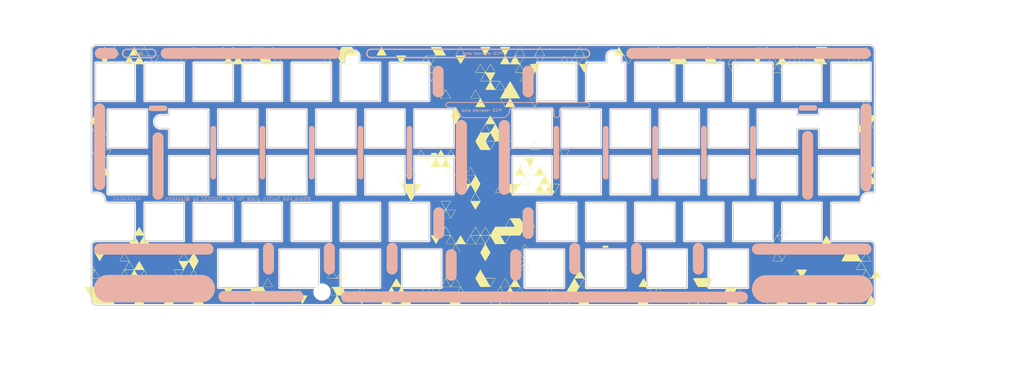
<source format=kicad_pcb>
(kicad_pcb (version 20211014) (generator pcbnew)
  (layers (0 "F.Cu" signal) (31 "B.Cu" signal) (34 "B.Paste" user) (35 "F.Paste" user) (36 "B.SilkS" user "B.Silkscreen") (37 "F.SilkS" user "F.Silkscreen") (38 "B.Mask" user) (39 "F.Mask" user) (44 "Edge.Cuts" user))
  (net 0 "")
  (footprint "locallib:Nora_mask_DN0031" (layer "F.Cu") (at 150.346553 63.599719)
    (fp_text reference "G***" hide)
    (fp_text value "LOGO" hide)
  )
  (footprint "locallib:Nora_silk_DN0031" (layer "F.Cu") (at 157.546553 63.599719)
    (fp_text reference "G***" hide)
    (fp_text value "LOGO" hide)
  )
  (footprint "MountingHole:MountingHole_5.3mm_M5" (layer "F.Cu") (at 98.971553 107.624719)
    (fp_text reference "REF**" hide)
    (fp_text value "MountingHole_5.3mm_M5")
    (pad "" np_thru_hole circle locked (at 0 0) (size 5.3 5.3) (drill 5.3) (layers *.Cu *.Mask))
  )
  (gr_line (start 211.776553 20.759719) (end 296.776553 20.759719) (layer "B.SilkS") (width 4))
  (gr_line (start 213.5 91.75) (end 213.5 99.25) (layer "B.SilkS") (width 4))
  (gr_line (start 149.746553 47) (end 149.746553 70.249719) (layer "B.SilkS") (width 4))
  (gr_line (start 141.25 27.25) (end 141.25 34.75) (layer "B.SilkS") (width 4))
  (gr_arc (start 146.949583 40.401749) (mid 147.906821 40.798251) (end 148.303323 41.755489) (layer "B.SilkS") (width 0.3))
  (gr_line (start 145.000588 40.398251) (end 146.949583 40.401749) (layer "B.SilkS") (width 0.3))
  (gr_line (start 124.5 91.75) (end 124.5 99.25) (layer "B.SilkS") (width 4))
  (gr_arc (start 194.9 19.259719) (mid 196.4 20.759719) (end 194.9 22.259719) (layer "B.SilkS") (width 0.5))
  (gr_line (start 165.346553 47) (end 165.346553 70.249719) (layer "B.SilkS") (width 4))
  (gr_line (start 36.875 40.75) (end 41.625 40.75) (layer "B.SilkS") (width 2))
  (gr_arc (start 36.976553 19.259719) (mid 38.476553 20.759719) (end 36.976553 22.259719) (layer "B.SilkS") (width 0.5))
  (gr_line (start 195.499124 38.6) (end 145.1 38.595013) (layer "B.SilkS") (width 0.3))
  (gr_line (start 275.776553 51.009719) (end 275.776553 72.009719) (layer "B.SilkS") (width 4))
  (gr_line (start 297 92) (end 257.5 92) (layer "B.SilkS") (width 4))
  (gr_arc (start 185.44626 41.753731) (mid 185.842762 40.796493) (end 186.8 40.399991) (layer "B.SilkS") (width 0.3))
  (gr_line (start 101.646553 91.75) (end 101.646553 99.25) (layer "B.SilkS") (width 4))
  (gr_line (start 236 91.75) (end 236 99.25) (layer "B.SilkS") (width 4))
  (gr_line (start 20.975 106.379719) (end 55.025 106.379719) (layer "B.SilkS") (width 10))
  (gr_line (start 18.026553 41.009719) (end 18.026553 68.509719) (layer "B.SilkS") (width 4))
  (gr_line (start 27.876553 22.259719) (end 36.976553 22.259719) (layer "B.SilkS") (width 0.5))
  (gr_line (start 59.4 48.15) (end 59.4 65.65) (layer "B.SilkS") (width 2))
  (gr_line (start 169.5 94) (end 169.5 101.5) (layer "B.SilkS") (width 4))
  (gr_line (start 174 27.25) (end 174 34.75) (layer "B.SilkS") (width 4))
  (gr_arc (start 116.776553 22.259719) (mid 115.276553 20.759719) (end 116.776553 19.259719) (layer "B.SilkS") (width 0.5))
  (gr_arc (start 185.449707 43.149415) (mid 184.45 44.15) (end 183.449707 43.15) (layer "B.SilkS") (width 0.3))
  (gr_arc (start 182.087533 40.4) (mid 183.044771 40.796502) (end 183.441273 41.75374) (layer "B.SilkS") (width 0.3))
  (gr_line (start 273.525 40.6) (end 278.275 40.6) (layer "B.SilkS") (width 2))
  (gr_line (start 146 94) (end 146 101.5) (layer "B.SilkS") (width 4))
  (gr_arc (start 145.000588 40.398251) (mid 144.107541 39.444659) (end 145.1 38.595013) (layer "B.SilkS") (width 0.3))
  (gr_line (start 130.8 48.15) (end 130.8 65.65) (layer "B.SilkS") (width 2))
  (gr_line (start 260.5 106.5) (end 294.5 106.5) (layer "B.SilkS") (width 10))
  (gr_line (start 168.555229 40.404927) (end 182.087533 40.4) (layer "B.SilkS") (width 0.3))
  (gr_line (start 90.25 109.25) (end 63.25 109.25) (layer "B.SilkS") (width 4))
  (gr_line (start 191 91.75) (end 191 99.25) (layer "B.SilkS") (width 4))
  (gr_line (start 183.441273 41.75374) (end 183.449707 43.15) (layer "B.SilkS") (width 0.3))
  (gr_line (start 238 48.15) (end 238 65.65) (layer "B.SilkS") (width 2))
  (gr_line (start 116.776553 19.259719) (end 194.9 19.259719) (layer "B.SilkS") (width 0.5))
  (gr_line (start 107.846553 109.379719) (end 252 109.5) (layer "B.SilkS") (width 4))
  (gr_line (start 77.276553 48.15) (end 77.276553 65.65) (layer "B.SilkS") (width 2))
  (gr_line (start 95.25 48.15) (end 95.25 65.65) (layer "B.SilkS") (width 2))
  (gr_line (start 113 48.15) (end 113 65.65) (layer "B.SilkS") (width 2))
  (gr_line (start 116.776553 22.259719) (end 194.9 22.259719) (layer "B.SilkS") (width 0.5))
  (gr_line (start 255.9 48.15) (end 255.9 65.65) (layer "B.SilkS") (width 2))
  (gr_line (start 185.449707 43.149415) (end 185.44626 41.753731) (layer "B.SilkS") (width 0.3))
  (gr_line (start 202.25 48.15) (end 202.25 65.65) (layer "B.SilkS") (width 2))
  (gr_line (start 39.276553 51.509719) (end 39.276553 72.009719) (layer "B.SilkS") (width 4))
  (gr_line (start 186.8 40.399991) (end 195.450297 40.40001) (layer "B.SilkS") (width 0.3))
  (gr_line (start 184.3 48.15) (end 184.3 65.65) (layer "B.SilkS") (width 2))
  (gr_line (start 174 78.75) (end 174 86.25) (layer "B.SilkS") (width 4))
  (gr_line (start 42.25 20.759719) (end 103.526553 20.759719) (layer "B.SilkS") (width 4))
  (gr_line (start 141.5 78.75) (end 141.5 86.25) (layer "B.SilkS") (width 4))
  (gr_arc (start 27.876553 22.259719) (mid 26.376553 20.759719) (end 27.876553 19.259719) (layer "B.SilkS") (width 0.5))
  (gr_line (start 297.026553 41.009719) (end 297.026553 69) (layer "B.SilkS") (width 4))
  (gr_line (start 220.25 48.15) (end 220.25 65.65) (layer "B.SilkS") (width 2))
  (gr_line (start 57.5 92) (end 18 92) (layer "B.SilkS") (width 4))
  (gr_arc (start 195.499124 38.6) (mid 196.4 39.525104) (end 195.450297 40.40001) (layer "B.SilkS") (width 0.3))
  (gr_arc (start 167.201489 41.758667) (mid 167.597991 40.801429) (end 168.555229 40.404927) (layer "B.SilkS") (width 0.3))
  (gr_line (start 18.263277 20.75) (end 22.736724 20.75) (layer "B.SilkS") (width 4))
  (gr_arc (start 150.703042 44.158386) (mid 149.075418 43.384136) (end 148.303323 41.755489) (layer "B.SilkS") (width 0.3))
  (gr_line (start 79.5 91.75) (end 79.5 99.25) (layer "B.SilkS") (width 4))
  (gr_arc (start 167.201489 41.758667) (mid 166.315072 43.486914) (end 164.49252 44.158386) (layer "B.SilkS") (width 0.3))
  (gr_line (start 27.876553 19.259719) (end 36.976553 19.259719) (layer "B.SilkS") (width 0.5))
  (gr_line (start 150.703042 44.158386) (end 164.49252 44.158386) (layer "B.SilkS") (width 0.3))
  (gr_poly (pts (xy 203.146553 91.427219) (xy 201.146553 91.424719) (xy 201.146553 90.799719) (xy 203.146553 90.799719)) (layer "F.SilkS") (width 0.1) (fill solid))
  (gr_poly (pts (xy 140.746553 57.652219) (xy 138.746553 57.649719) (xy 138.746553 57.024719) (xy 140.746553 57.024719)) (layer "F.SilkS") (width 0.1) (fill solid))
  (gr_poly (pts (xy 40.313652 48.03791) (xy 40.190218 48.034784) (xy 40.068395 48.025507) (xy 39.948334 48.01023) (xy 39.830186 47.989105) (xy 39.714103 47.962282) (xy 39.600236 47.929914) (xy 39.488737 47.892152) (xy 39.379756 47.849146) (xy 39.273446 47.801049) (xy 39.169957 47.748012) (xy 39.06944 47.690185) (xy 38.972048 47.627721) (xy 38.877932 47.560771) (xy 38.787242 47.489486) (xy 38.700131 47.414017) (xy 38.616749 47.334516) (xy 38.537248 47.251134) (xy 38.461779 47.164023) (xy 38.390494 47.073333) (xy 38.323544 46.979216) (xy 38.26108 46.881824) (xy 38.203254 46.781308) (xy 38.150216 46.677819) (xy 38.102119 46.571509) (xy 38.059114 46.462528) (xy 38.021352 46.351029) (xy 37.988984 46.237162) (xy 37.962162 46.121079) (xy 37.941036 46.002932) (xy 37.92576 45.882871) (xy 37.916483 45.761048) (xy 37.913357 45.637615) (xy 37.916483 45.514213) (xy 37.92576 45.39242) (xy 37.941036 45.272388) (xy 37.962162 45.154266) (xy 37.988984 45.038208) (xy 38.021352 44.924364) (xy 38.059114 44.812886) (xy 38.102119 44.703925) (xy 38.150216 44.597632) (xy 38.203254 44.49416) (xy 38.26108 44.393659) (xy 38.323544 44.29628) (xy 38.390494 44.202176) (xy 38.461779 44.111498) (xy 38.537248 44.024396) (xy 38.616749 43.941023) (xy 38.700131 43.86153) (xy 38.787242 43.786068) (xy 38.877932 43.714789) (xy 38.972048 43.647843) (xy 39.06944 43.585384) (xy 39.169957 43.527561) (xy 39.273446 43.474527) (xy 39.379756 43.426432) (xy 39.488737 43.383428) (xy 39.600236 43.345667) (xy 39.714103 43.3133) (xy 39.830186 43.286479) (xy 39.948334 43.265354) (xy 40.068395 43.250077) (xy 40.190218 43.2408) (xy 40.313652 43.237674) (xy 43.324953 43.237674) (xy 43.324953 41.199327) (xy 57.536924 41.199327) (xy 57.536924 54.998901) (xy 43.324953 54.998901) (xy 43.324953 48.03791) (xy 40.313652 48.03791)) (layer "Edge.Cuts") (width 0.352776) (fill none))
  (gr_poly (pts (xy 111.13291 58.199291) (xy 111.13291 71.999217) (xy 96.932928 71.999217) (xy 96.932928 58.199291) (xy 111.13291 58.199291)) (layer "Edge.Cuts") (width 0.352776) (fill none))
  (gr_poly (pts (xy 75.415304 41.199327) (xy 75.415304 54.998901) (xy 61.21533 54.998901) (xy 61.21533 41.199327) (xy 75.415304 41.199327)) (layer "Edge.Cuts") (width 0.352776) (fill none))
  (gr_poly (pts (xy 227.218008 75.199615) (xy 227.218008 88.999542) (xy 213.018057 88.999542) (xy 213.018057 75.199615) (xy 227.218008 75.199615)) (layer "Edge.Cuts") (width 0.352776) (fill none))
  (gr_poly (pts (xy 254.016378 41.199327) (xy 254.016378 54.998901) (xy 239.816381 54.998901) (xy 239.816381 41.199327) (xy 254.016378 41.199327)) (layer "Edge.Cuts") (width 0.352776) (fill none))
  (gr_poly (pts (xy 236.151403 58.199291) (xy 236.151403 71.999217) (xy 221.951406 71.999217) (xy 221.951406 58.199291) (xy 236.151403 58.199291)) (layer "Edge.Cuts") (width 0.352776) (fill none))
  (gr_poly (pts (xy 75.415304 58.199291) (xy 75.415304 71.999217) (xy 61.21533 71.999217) (xy 61.21533 58.199291) (xy 75.415304 58.199291)) (layer "Edge.Cuts") (width 0.352776) (fill none))
  (gr_poly (pts (xy 245.08193 24.19901) (xy 245.08193 37.998935) (xy 230.879476 37.998935) (xy 230.879476 24.19901) (xy 245.08193 24.19901)) (layer "Edge.Cuts") (width 0.352776) (fill none))
  (gr_poly (pts (xy 146.852621 58.199291) (xy 146.852621 71.999217) (xy 132.652654 71.999217) (xy 132.652654 58.199291) (xy 146.852621 58.199291)) (layer "Edge.Cuts") (width 0.352776) (fill none))
  (gr_poly (pts (xy 200.43131 41.199327) (xy 200.43131 54.998901) (xy 186.231344 54.998901) (xy 186.231344 41.199327) (xy 200.43131 41.199327)) (layer "Edge.Cuts") (width 0.352776) (fill none))
  (gr_poly (pts (xy 48.620844 75.199615) (xy 48.620844 88.999542) (xy 34.420866 88.999542) (xy 34.420866 75.199615) (xy 48.620844 75.199615)) (layer "Edge.Cuts") (width 0.352776) (fill none))
  (gr_poly (pts (xy 75.415304 92.20169) (xy 75.415304 106.001266) (xy 61.21533 106.001266) (xy 61.21533 92.20169) (xy 75.415304 92.20169)) (layer "Edge.Cuts") (width 0.352776) (fill none))
  (gr_poly (pts (xy 137.924551 24.19901) (xy 137.924551 37.998935) (xy 123.724561 37.998935) (xy 123.724561 24.19901) (xy 137.924551 24.19901)) (layer "Edge.Cuts") (width 0.352776) (fill none))
  (gr_poly (pts (xy 254.007543 92.20346) (xy 254.007543 106.003028) (xy 239.807562 106.003028) (xy 239.807562 92.20346) (xy 254.007543 92.20346)) (layer "Edge.Cuts") (width 0.352776) (fill none))
  (gr_poly (pts (xy 48.628603 24.19901) (xy 48.628603 37.998935) (xy 34.428625 37.998935) (xy 34.428625 24.19901) (xy 48.628603 24.19901)) (layer "Edge.Cuts") (width 0.352776) (fill none))
  (gr_poly (pts (xy 271.865484 42.920175) (xy 271.865874 42.935938) (xy 271.867039 42.951592) (xy 271.868967 42.96711) (xy 271.871647 42.982467) (xy 271.875068 42.997636) (xy 271.879221 43.01259) (xy 271.884094 43.027303) (xy 271.889677 43.041749) (xy 271.895958 43.055902) (xy 271.902928 43.069735) (xy 271.910574 43.083222) (xy 271.918888 43.096336) (xy 271.927857 43.109051) (xy 271.937472 43.12134) (xy 271.94772 43.133178) (xy 271.958593 43.144538) (xy 271.970018 43.15541) (xy 271.981912 43.165658) (xy 271.99425 43.175273) (xy 272.007006 43.184244) (xy 272.020155 43.192559) (xy 272.03367 43.200208) (xy 272.047526 43.20718) (xy 272.061697 43.213464) (xy 272.076156 43.21905) (xy 272.090879 43.223926) (xy 272.105839 43.228082) (xy 272.121011 43.231506) (xy 272.136368 43.234188) (xy 272.151884 43.236118) (xy 272.167535 43.237283) (xy 272.183294 43.237674) (xy 279.665716 43.237674) (xy 279.681421 43.237283) (xy 279.697023 43.236118) (xy 279.712498 43.234188) (xy 279.727818 43.231506) (xy 279.742958 43.228082) (xy 279.757891 43.223926) (xy 279.77259 43.21905) (xy 279.787031 43.213464) (xy 279.801186 43.20718) (xy 279.81503 43.200208) (xy 279.828536 43.192559) (xy 279.841677 43.184244) (xy 279.854429 43.175273) (xy 279.866764 43.165658) (xy 279.878657 43.15541) (xy 279.890081 43.144538) (xy 279.900949 43.133178) (xy 279.911195 43.12134) (xy 279.920809 43.109051) (xy 279.929778 43.096336) (xy 279.938093 43.083222) (xy 279.945743 43.069735) (xy 279.952716 43.055902) (xy 279.959001 43.041749) (xy 279.964588 43.027303) (xy 279.969466 43.01259) (xy 279.973623 42.997636) (xy 279.977049 42.982467) (xy 279.979733 42.96711) (xy 279.981663 42.951592) (xy 279.98283 42.935938) (xy 279.983221 42.920175) (xy 279.983221 41.199327) (xy 294.183202 41.199327) (xy 294.183202 54.998901) (xy 279.983221 54.998901) (xy 279.983221 48.369518) (xy 279.982813 48.35309) (xy 279.981598 48.336764) (xy 279.979587 48.32057) (xy 279.976791 48.304536) (xy 279.973222 48.28869) (xy 279.968891 48.27306) (xy 279.96381 48.257675) (xy 279.95799 48.242564) (xy 279.951443 48.227754) (xy 279.94418 48.213274) (xy 279.936212 48.199153) (xy 279.927551 48.185419) (xy 279.918208 48.172101) (xy 279.908196 48.159226) (xy 279.897524 48.146823) (xy 279.886205 48.134921) (xy 279.874241 48.1236) (xy 279.861792 48.112926) (xy 279.848885 48.102912) (xy 279.835547 48.093568) (xy 279.821805 48.084907) (xy 279.807684 48.07694) (xy 279.793213 48.069677) (xy 279.778417 48.063131) (xy 279.763324 48.057313) (xy 279.74796 48.052233) (xy 279.732352 48.047904) (xy 279.716527 48.044336) (xy 279.700511 48.041542) (xy 279.684331 48.039532) (xy 279.668014 48.038317) (xy 279.651586 48.03791) (xy 272.197424 48.03791) (xy 272.180937 48.038317) (xy 272.164568 48.039532) (xy 272.148343 48.041542) (xy 272.132291 48.044336) (xy 272.116436 48.047904) (xy 272.100807 48.052233) (xy 272.085431 48.057313) (xy 272.070333 48.063131) (xy 272.055542 48.069677) (xy 272.041084 48.07694) (xy 272.026985 48.084907) (xy 272.013274 48.093568) (xy 271.999976 48.102912) (xy 271.987119 48.112926) (xy 271.97473 48.1236) (xy 271.962835 48.134921) (xy 271.951452 48.146823) (xy 271.940725 48.159226) (xy 271.930665 48.172101) (xy 271.921282 48.185419) (xy 271.912588 48.199153) (xy 271.904594 48.213274) (xy 271.897309 48.227754) (xy 271.890745 48.242564) (xy 271.884913 48.257675) (xy 271.879823 48.27306) (xy 271.875487 48.28869) (xy 271.871915 48.304536) (xy 271.869117 48.32057) (xy 271.867106 48.336764) (xy 271.865891 48.35309) (xy 271.865484 48.369518) (xy 271.865484 54.998901) (xy 257.665487 54.998901) (xy 257.665487 41.199327) (xy 271.865484 41.199327) (xy 271.865484 42.920175)) (layer "Edge.Cuts") (width 0.352776) (fill none))
  (gr_poly (pts (xy 66.484758 75.199615) (xy 66.484758 88.999542) (xy 52.28478 88.999542) (xy 52.28478 75.199615) (xy 66.484758 75.199615)) (layer "Edge.Cuts") (width 0.352776) (fill none))
  (gr_poly (pts (xy 271.875005 58.199291) (xy 271.875005 71.999217) (xy 257.675009 71.999217) (xy 257.675009 58.199291) (xy 271.875005 58.199291)) (layer "Edge.Cuts") (width 0.352776) (fill none))
  (gr_poly (pts (xy 236.151403 41.199327) (xy 236.151403 54.998901) (xy 221.951406 54.998901) (xy 221.951406 41.199327) (xy 236.151403 41.199327)) (layer "Edge.Cuts") (width 0.352776) (fill none))
  (gr_poly (pts (xy 298.657812 24.19901) (xy 298.657812 37.998935) (xy 284.45783 37.998935) (xy 284.45783 24.19901) (xy 298.657812 24.19901)) (layer "Edge.Cuts") (width 0.352776) (fill none))
  (gr_poly (pts (xy 84.343374 75.199615) (xy 84.343374 88.999542) (xy 70.143404 88.999542) (xy 70.143404 75.199615) (xy 84.343374 75.199615)) (layer "Edge.Cuts") (width 0.352776) (fill none))
  (gr_poly (pts (xy 218.289938 41.199327) (xy 218.289938 54.998901) (xy 204.089956 54.998901) (xy 204.089956 41.199327) (xy 218.289938 41.199327)) (layer "Edge.Cuts") (width 0.352776) (fill none))
  (gr_poly (pts (xy 120.060987 75.199615) (xy 120.060987 88.999542) (xy 105.861006 88.999542) (xy 105.861006 75.199615) (xy 120.060987 75.199615)) (layer "Edge.Cuts") (width 0.352776) (fill none))
  (gr_poly (pts (xy 84.345846 24.19901) (xy 84.345846 37.998935) (xy 70.145876 37.998935) (xy 70.145876 24.19901) (xy 84.345846 24.19901)) (layer "Edge.Cuts") (width 0.352776) (fill none))
  (gr_poly (pts (xy 182.572698 41.199327) (xy 182.572698 54.998901) (xy 168.37026 54.998901) (xy 168.37026 41.199327) (xy 182.572698 41.199327)) (layer "Edge.Cuts") (width 0.352776) (fill none))
  (gr_poly (pts (xy 137.922079 75.199615) (xy 137.922079 88.999542) (xy 123.722097 88.999542) (xy 123.722097 75.199615) (xy 137.922079 75.199615)) (layer "Edge.Cuts") (width 0.352776) (fill none))
  (gr_poly (pts (xy 128.994001 41.199327) (xy 128.994001 54.998901) (xy 114.794019 54.998901) (xy 114.794019 41.199327) (xy 128.994001 41.199327)) (layer "Edge.Cuts") (width 0.352776) (fill none))
  (gr_poly (pts (xy 200.43131 58.199291) (xy 200.43131 71.999217) (xy 186.231344 71.999217) (xy 186.231344 58.199291) (xy 200.43131 58.199291)) (layer "Edge.Cuts") (width 0.352776) (fill none))
  (gr_poly (pts (xy 294.183202 58.199291) (xy 294.183202 71.999217) (xy 279.983221 71.999217) (xy 279.983221 58.199291) (xy 294.183202 58.199291)) (layer "Edge.Cuts") (width 0.352776) (fill none))
  (gr_poly (pts (xy 254.016378 58.199291) (xy 254.016378 71.999217) (xy 239.816381 71.999217) (xy 239.816381 58.199291) (xy 254.016378 58.199291)) (layer "Edge.Cuts") (width 0.352776) (fill none))
  (gr_poly (pts (xy 182.572698 58.199291) (xy 182.572698 71.999217) (xy 168.37026 71.999217) (xy 168.37026 58.199291) (xy 182.572698 58.199291)) (layer "Edge.Cuts") (width 0.352776) (fill none))
  (gr_poly (pts (xy 35.235075 58.199291) (xy 35.235075 71.999217) (xy 21.035099 71.999217) (xy 21.035099 58.199291) (xy 35.235075 58.199291)) (layer "Edge.Cuts") (width 0.352776) (fill none))
  (gr_poly (pts (xy 245.077001 75.199615) (xy 245.077001 88.999542) (xy 230.874181 88.999542) (xy 230.874181 75.199615) (xy 245.077001 75.199615)) (layer "Edge.Cuts") (width 0.352776) (fill none))
  (gr_poly (pts (xy 218.289938 58.199291) (xy 218.289938 71.999217) (xy 204.089956 71.999217) (xy 204.089956 58.199291) (xy 218.289938 58.199291)) (layer "Edge.Cuts") (width 0.352776) (fill none))
  (gr_poly (pts (xy 111.13291 41.199327) (xy 111.13291 54.998901) (xy 96.932928 54.998901) (xy 96.932928 41.199327) (xy 111.13291 41.199327)) (layer "Edge.Cuts") (width 0.352776) (fill none))
  (gr_poly (pts (xy 30.767507 24.19901) (xy 30.767507 37.998935) (xy 16.567532 37.998935) (xy 16.567532 24.19901) (xy 30.767507 24.19901)) (layer "Edge.Cuts") (width 0.352776) (fill none))
  (gr_poly (pts (xy 102.204832 24.19901) (xy 102.204832 37.998935) (xy 88.004858 37.998935) (xy 88.004858 24.19901) (xy 102.204832 24.19901)) (layer "Edge.Cuts") (width 0.352776) (fill none))
  (gr_poly (pts (xy 128.994001 58.199291) (xy 128.994001 71.999217) (xy 114.794019 71.999217) (xy 114.794019 58.199291) (xy 128.994001 58.199291)) (layer "Edge.Cuts") (width 0.352776) (fill none))
  (gr_poly (pts (xy 227.22048 24.19901) (xy 227.22048 37.998935) (xy 213.020513 37.998935) (xy 213.020513 24.19901) (xy 227.22048 24.19901)) (layer "Edge.Cuts") (width 0.352776) (fill none))
  (gr_poly (pts (xy 280.804479 75.199615) (xy 280.804479 88.999542) (xy 266.604498 88.999542) (xy 266.604498 75.199615) (xy 280.804479 75.199615)) (layer "Edge.Cuts") (width 0.352776) (fill none))
  (gr_poly (pts (xy 57.556677 58.199291) (xy 57.556677 71.999217) (xy 43.356703 71.999217) (xy 43.356703 58.199291) (xy 57.556677 58.199291)) (layer "Edge.Cuts") (width 0.352776) (fill none))
  (gr_poly (pts (xy 120.058149 92.20169) (xy 120.058149 106.001266) (xy 105.85819 106.001266) (xy 105.85819 92.20169) (xy 120.058149 92.20169)) (layer "Edge.Cuts") (width 0.352776) (fill none))
  (gr_poly (pts (xy 66.48723 24.19901) (xy 66.48723 37.998935) (xy 52.287248 37.998935) (xy 52.287248 24.19901) (xy 66.48723 24.19901)) (layer "Edge.Cuts") (width 0.352776) (fill none))
  (gr_poly (pts (xy 142.392477 92.20346) (xy 142.392477 106.003028) (xy 128.192487 106.003028) (xy 128.192487 92.20346) (xy 142.392477 92.20346)) (layer "Edge.Cuts") (width 0.352776) (fill none))
  (gr_poly (pts (xy 97.736906 92.20169) (xy 97.736906 106.001266) (xy 83.536932 106.001266) (xy 83.536932 92.20169) (xy 97.736906 92.20169)) (layer "Edge.Cuts") (width 0.352776) (fill none))
  (gr_poly (pts (xy 280.7992 24.19901) (xy 280.7992 37.998935) (xy 266.599188 37.998935) (xy 266.599188 24.19901) (xy 280.7992 24.19901)) (layer "Edge.Cuts") (width 0.352776) (fill none))
  (gr_poly (pts (xy 93.273931 41.199327) (xy 93.273931 54.998901) (xy 79.073957 54.998901) (xy 79.073957 41.199327) (xy 93.273931 41.199327)) (layer "Edge.Cuts") (width 0.352776) (fill none))
  (gr_poly (pts (xy 146.852621 41.199327) (xy 146.852621 54.998901) (xy 132.652654 54.998901) (xy 132.652654 41.199327) (xy 146.852621 41.199327)) (layer "Edge.Cuts") (width 0.352776) (fill none))
  (gr_poly (pts (xy 191.500768 75.199615) (xy 191.500768 88.999542) (xy 177.29833 88.999542) (xy 177.29833 75.199615) (xy 191.500768 75.199615)) (layer "Edge.Cuts") (width 0.352776) (fill none))
  (gr_poly (pts (xy 209.35938 75.199615) (xy 209.35938 88.999542) (xy 195.159414 88.999542) (xy 195.159414 75.199615) (xy 209.35938 75.199615)) (layer "Edge.Cuts") (width 0.352776) (fill none))
  (gr_poly (pts (xy 262.945501 75.199615) (xy 262.945501 88.999542) (xy 248.745504 88.999542) (xy 248.745504 75.199615) (xy 262.945501 75.199615)) (layer "Edge.Cuts") (width 0.352776) (fill none))
  (gr_poly (pts (xy 20.971245 75.199615) (xy 20.915399 75.198203) (xy 20.860286 75.194013) (xy 20.805975 75.187113) (xy 20.752534 75.177571) (xy 20.700032 75.165455) (xy 20.648535 75.150834) (xy 20.598113 75.133775) (xy 20.548834 75.114347) (xy 20.500765 75.092618) (xy 20.453976 75.068656) (xy 20.408533 75.042529) (xy 20.364506 75.014305) (xy 20.321962 74.984053) (xy 20.28097 74.95184) (xy 20.241597 74.917735) (xy 20.203912 74.881806) (xy 20.167983 74.844121) (xy 20.133878 74.804748) (xy 20.101665 74.763756) (xy 20.071413 74.721212) (xy 20.043189 74.677184) (xy 20.017062 74.631742) (xy 19.9931 74.584952) (xy 19.971371 74.536883) (xy 19.951943 74.487604) (xy 19.934884 74.437182) (xy 19.920263 74.385685) (xy 19.908147 74.333183) (xy 19.898605 74.279742) (xy 19.891705 74.225431) (xy 19.887515 74.170318) (xy 19.886103 74.114471) (xy 19.886103 74.113761) (xy 19.882947 73.986533) (xy 19.873536 73.860176) (xy 19.857956 73.7349) (xy 19.836296 73.610918) (xy 19.808641 73.488438) (xy 19.775078 73.367671) (xy 19.735695 73.248827) (xy 19.690577 73.132117) (xy 19.639812 73.017751) (xy 19.583487 72.90594) (xy 19.521689 72.796893) (xy 19.454504 72.690821) (xy 19.382018 72.587935) (xy 19.30432 72.488444) (xy 19.221496 72.392559) (xy 19.133631 72.300491) (xy 19.041369 72.212828) (xy 18.945299 72.130214) (xy 18.845633 72.052733) (xy 18.742584 71.980471) (xy 18.636361 71.913517) (xy 18.527177 71.851954) (xy 18.415242 71.795871) (xy 18.300769 71.745352) (xy 18.183968 71.700485) (xy 18.065051 71.661355) (xy 17.94423 71.62805) (xy 17.821715 71.600654) (xy 17.697717 71.579255) (xy 17.572449 71.563938) (xy 17.446122 71.554791) (xy 17.318947 71.551898) (xy 15.424887 71.555782) (xy 15.071405 71.409378) (xy 14.925003 71.055896) (xy 14.926061 19.574458) (xy 14.932059 19.417472) (xy 14.95005 19.261192) (xy 14.981094 19.107382) (xy 15.023075 18.955334) (xy 15.078108 18.808226) (xy 15.143019 18.66641) (xy 15.219924 18.52918) (xy 15.30706 18.3983) (xy 15.405132 18.27518) (xy 15.510966 18.15947) (xy 15.627028 18.053284) (xy 15.750148 17.955212) (xy 15.881028 17.868429) (xy 16.017906 17.791171) (xy 16.160075 17.72626) (xy 16.307183 17.671226) (xy 16.458877 17.629246) (xy 16.61304 17.598202) (xy 16.768968 17.58021) (xy 16.925953 17.573154) (xy 298.300451 17.574212) (xy 298.456365 17.58021) (xy 298.61231 17.598202) (xy 298.766454 17.629246) (xy 298.919225 17.671226) (xy 299.065283 17.72626) (xy 299.207433 17.791171) (xy 299.344305 17.868429) (xy 299.475195 17.955212) (xy 299.598303 18.053284) (xy 299.714391 18.15947) (xy 299.820196 18.27518) (xy 299.919347 18.3983) (xy 300.005407 18.52918) (xy 300.082311 18.66641) (xy 300.147222 18.808226) (xy 300.202276 18.955334) (xy 300.244268 19.107382) (xy 300.275305 19.261192) (xy 300.294347 19.417472) (xy 300.300329 19.574458) (xy 300.300329 71.042491) (xy 300.299703 71.067751) (xy 300.297838 71.092838) (xy 300.29475 71.11771) (xy 300.290457 71.142325) (xy 300.284975 71.166644) (xy 300.278321 71.190623) (xy 300.270513 71.214222) (xy 300.261568 71.237399) (xy 300.251502 71.260113) (xy 300.240332 71.282323) (xy 300.228077 71.303988) (xy 300.214751 71.325065) (xy 300.200374 71.345513) (xy 300.184961 71.365292) (xy 300.16853 71.38436) (xy 300.151098 71.402675) (xy 300.132786 71.420105) (xy 300.113722 71.436535) (xy 300.093947 71.451946) (xy 300.073501 71.466323) (xy 300.052427 71.479647) (xy 300.030766 71.491902) (xy 300.008558 71.503071) (xy 299.985845 71.513137) (xy 299.962669 71.522082) (xy 299.939071 71.52989) (xy 299.915092 71.536544) (xy 299.890774 71.542026) (xy 299.866157 71.54632) (xy 299.841283 71.549408) (xy 299.816193 71.551273) (xy 299.79093 71.551898) (xy 297.904272 71.551898) (xy 297.777106 71.555051) (xy 297.650803 71.564449) (xy 297.525573 71.580006) (xy 297.401625 71.601634) (xy 297.27917 71.629247) (xy 297.158417 71.662756) (xy 297.039576 71.702075) (xy 296.922857 71.747116) (xy 296.80847 71.797791) (xy 296.696624 71.854014) (xy 296.58753 71.915697) (xy 296.481396 71.982753) (xy 296.378434 72.055095) (xy 296.278853 72.132635) (xy 296.182863 72.215285) (xy 296.090673 72.302959) (xy 296.002994 72.395152) (xy 295.920338 72.491145) (xy 295.842794 72.590729) (xy 295.770449 72.693694) (xy 295.703389 72.799829) (xy 295.641703 72.908925) (xy 295.585477 73.020773) (xy 295.534799 73.135162) (xy 295.489757 73.251882) (xy 295.450436 73.370724) (xy 295.416926 73.491478) (xy 295.389312 73.613935) (xy 295.367683 73.737883) (xy 295.352125 73.863114) (xy 295.342727 73.989418) (xy 295.339575 74.116584) (xy 295.339575 74.121173) (xy 295.338249 74.174662) (xy 295.334298 74.227782) (xy 295.327757 74.280446) (xy 295.318662 74.332568) (xy 295.30705 74.384059) (xy 295.292956 74.434833) (xy 295.276416 74.484801) (xy 295.257467 74.533877) (xy 295.236145 74.581974) (xy 295.212486 74.629003) (xy 295.186525 74.674877) (xy 295.1583 74.71951) (xy 295.127846 74.762814) (xy 295.0952 74.804701) (xy 295.060397 74.845084) (xy 295.023473 74.883876) (xy 294.984747 74.920733) (xy 294.944422 74.955479) (xy 294.902585 74.988075) (xy 294.859324 75.018487) (xy 294.814728 75.046677) (xy 294.768884 75.072608) (xy 294.721879 75.096243) (xy 294.673803 75.117547) (xy 294.624743 75.136482) (xy 294.574786 75.153011) (xy 294.524021 75.167098) (xy 294.472535 75.178706) (xy 294.420416 75.187799) (xy 294.367753 75.194339) (xy 294.314633 75.19829) (xy 294.261144 75.199615) (xy 284.4596 75.199615) (xy 284.4596 88.999542) (xy 298.536443 88.999542) (xy 298.623909 89.001706) (xy 298.710782 89.008161) (xy 298.796918 89.018847) (xy 298.882173 89.033705) (xy 298.966402 89.052677) (xy 299.04946 89.075703) (xy 299.131204 89.102724) (xy 299.211488 89.133683) (xy 299.290169 89.168519) (xy 299.367101 89.207174) (xy 299.442139 89.249589) (xy 299.515141 89.295706) (xy 299.58596 89.345465) (xy 299.654453 89.398807) (xy 299.720474 89.455674) (xy 299.78388 89.516006) (xy 299.844151 89.579407) (xy 299.900971 89.645425) (xy 299.954281 89.713914) (xy 300.00402 89.784732) (xy 300.050127 89.857732) (xy 300.092543 89.932771) (xy 300.131206 90.009703) (xy 300.166055 90.088384) (xy 300.197032 90.168669) (xy 300.224074 90.250414) (xy 300.247122 90.333473) (xy 300.266115 90.417702) (xy 300.280993 90.502957) (xy 300.291695 90.589093) (xy 300.29816 90.675964) (xy 300.300329 90.763427) (xy 300.300329 110.50093) (xy 300.294347 110.65615) (xy 300.275305 110.812087) (xy 300.244268 110.966247) (xy 300.202276 111.11795) (xy 300.147222 111.266105) (xy 300.082311 111.407211) (xy 300.005407 111.54409) (xy 299.919347 111.67498) (xy 299.820196 111.799163) (xy 299.714391 111.915214) (xy 299.598303 112.019988) (xy 299.475195 112.118064) (xy 299.344305 112.2052) (xy 299.207433 112.282104) (xy 299.065283 112.347015) (xy 298.919225 112.403106) (xy 298.766454 112.445091) (xy 298.61231 112.475074) (xy 298.456365 112.493064) (xy 298.300451 112.499061) (xy 16.925953 112.501182) (xy 16.768968 112.493064) (xy 16.61304 112.475074) (xy 16.458877 112.445091) (xy 16.307183 112.403106) (xy 16.160075 112.347015) (xy 16.017906 112.282104) (xy 15.881028 112.2052) (xy 15.750148 112.118064) (xy 15.627028 112.019988) (xy 15.510966 111.915214) (xy 15.405132 111.799163) (xy 15.30706 111.67498) (xy 15.219924 111.54409) (xy 15.143019 111.407211) (xy 15.078108 111.266105) (xy 15.023075 111.11795) (xy 14.981094 110.966247) (xy 14.95005 110.812087) (xy 14.932059 110.65615) (xy 14.925003 110.50093) (xy 14.925003 90.763427) (xy 14.927172 90.675964) (xy 14.933638 90.589093) (xy 14.944341 90.502957) (xy 14.959222 90.417702) (xy 14.978221 90.333473) (xy 15.001277 90.250414) (xy 15.028331 90.168669) (xy 15.059323 90.088384) (xy 15.094192 90.009703) (xy 15.132879 89.932771) (xy 15.175324 89.857732) (xy 15.221468 89.784732) (xy 15.271249 89.713914) (xy 15.324608 89.645425) (xy 15.381485 89.579407) (xy 15.441821 89.516006) (xy 15.50516 89.455674) (xy 15.571124 89.398807) (xy 15.639567 89.345465) (xy 15.710345 89.295706) (xy 15.783311 89.249589) (xy 15.858322 89.207174) (xy 15.93523 89.168519) (xy 16.013893 89.133683) (xy 16.094163 89.102724) (xy 16.175897 89.075703) (xy 16.258948 89.052677) (xy 16.343171 89.033705) (xy 16.428422 89.018847) (xy 16.514555 89.008161) (xy 16.601426 89.001706) (xy 16.688887 88.999542) (xy 30.737167 88.999542) (xy 30.737167 75.199615) (xy 20.971245 75.199615)) (layer "Edge.Cuts") (width 0.352776) (fill none))
  (gr_poly (pts (xy 102.202001 75.199615) (xy 102.202001 88.999542) (xy 88.002027 88.999542) (xy 88.002027 75.199615) (xy 102.202001 75.199615)) (layer "Edge.Cuts") (width 0.352776) (fill none))
  (gr_poly (pts (xy 120.065923 24.19901) (xy 120.065923 37.998935) (xy 105.865949 37.998935) (xy 105.865949 24.19901) (xy 107.299986 24.19901) (xy 107.299986 21.589167) (xy 107.302347 21.498411) (xy 107.309354 21.408845) (xy 107.320895 21.320579) (xy 107.336853 21.233725) (xy 107.357117 21.148394) (xy 107.381571 21.064697) (xy 107.410101 20.982744) (xy 107.442595 20.902646) (xy 107.478937 20.824515) (xy 107.519014 20.748461) (xy 107.562713 20.674595) (xy 107.609918 20.603028) (xy 107.660516 20.533871) (xy 107.714394 20.467234) (xy 107.771436 20.40323) (xy 107.83153 20.341968) (xy 107.894562 20.28356) (xy 107.960416 20.228116) (xy 108.02898 20.175748) (xy 108.10014 20.126565) (xy 108.173781 20.080681) (xy 108.249789 20.038204) (xy 108.328052 19.999246) (xy 108.408454 19.963918) (xy 108.490881 19.932331) (xy 108.575221 19.904596) (xy 108.661358 19.880823) (xy 108.74918 19.861124) (xy 108.838571 19.84561) (xy 108.929419 19.834391) (xy 109.021608 19.827578) (xy 109.115026 19.825283) (xy 110.667234 19.825283) (xy 110.76062 19.827578) (xy 110.852783 19.834391) (xy 110.943606 19.84561) (xy 111.032978 19.861124) (xy 111.120783 19.880823) (xy 111.206907 19.904596) (xy 111.291236 19.932331) (xy 111.373657 19.963918) (xy 111.454054 19.999246) (xy 111.532314 20.038204) (xy 111.608323 20.080681) (xy 111.681966 20.126565) (xy 111.753129 20.175748) (xy 111.821698 20.228116) (xy 111.88756 20.28356) (xy 111.950599 20.341968) (xy 112.010703 20.40323) (xy 112.067755 20.467234) (xy 112.121644 20.533871) (xy 112.172253 20.603028) (xy 112.21947 20.674595) (xy 112.26318 20.748461) (xy 112.303268 20.824515) (xy 112.339622 20.902646) (xy 112.372125 20.982744) (xy 112.400666 21.064697) (xy 112.425129 21.148394) (xy 112.4454 21.233725) (xy 112.461365 21.320579) (xy 112.472909 21.408845) (xy 112.47992 21.498411) (xy 112.482282 21.589167) (xy 112.482282 24.19901) (xy 120.065923 24.19901)) (layer "Edge.Cuts") (width 0.352776) (fill none))
  (gr_poly (pts (xy 209.361868 92.20346) (xy 209.361868 106.003028) (xy 195.161886 106.003028) (xy 195.161886 92.20346) (xy 209.361868 92.20346)) (layer "Edge.Cuts") (width 0.352776) (fill none))
  (gr_poly (pts (xy 231.690862 92.205223) (xy 231.690862 106.004791) (xy 217.490896 106.004791) (xy 217.490896 92.205223) (xy 231.690862 92.205223)) (layer "Edge.Cuts") (width 0.352776) (fill none))
  (gr_poly (pts (xy 35.235075 41.199327) (xy 35.235075 54.998901) (xy 21.035099 54.998901) (xy 21.035099 41.199327) (xy 35.235075 41.199327)) (layer "Edge.Cuts") (width 0.352776) (fill none))
  (gr_poly (pts (xy 209.361868 24.19901) (xy 209.361868 37.998935) (xy 195.161886 37.998935) (xy 195.161886 24.19901) (xy 202.702154 24.19901) (xy 202.702154 21.589167) (xy 202.704384 21.501705) (xy 202.711034 21.414835) (xy 202.722042 21.328702) (xy 202.737347 21.243451) (xy 202.756887 21.159227) (xy 202.7806 21.076176) (xy 202.808426 20.994442) (xy 202.840303 20.914172) (xy 202.876169 20.83551) (xy 202.915963 20.758601) (xy 202.959624 20.68359) (xy 203.007089 20.610624) (xy 203.058298 20.539847) (xy 203.113188 20.471403) (xy 203.1717 20.40544) (xy 203.23377 20.342101) (xy 203.299 20.281765) (xy 203.366924 20.224887) (xy 203.437394 20.171528) (xy 203.51026 20.121747) (xy 203.585372 20.075604) (xy 203.662582 20.033159) (xy 203.74174 19.994471) (xy 203.822696 19.959602) (xy 203.905302 19.92861) (xy 203.989408 19.901557) (xy 204.074863 19.8785) (xy 204.16152 19.859502) (xy 204.249229 19.844621) (xy 204.33784 19.833917) (xy 204.427204 19.827451) (xy 204.517172 19.825283) (xy 206.105734 19.825283) (xy 206.195768 19.827451) (xy 206.28519 19.833917) (xy 206.37385 19.844621) (xy 206.461601 19.859502) (xy 206.548293 19.8785) (xy 206.633777 19.901557) (xy 206.717906 19.92861) (xy 206.800529 19.959602) (xy 206.881499 19.994471) (xy 206.960667 20.033159) (xy 207.037884 20.075604) (xy 207.113002 20.121747) (xy 207.185871 20.171528) (xy 207.256343 20.224887) (xy 207.324269 20.281765) (xy 207.389501 20.342101) (xy 207.451512 20.40544) (xy 207.509979 20.471403) (xy 207.564839 20.539847) (xy 207.61603 20.610624) (xy 207.663489 20.68359) (xy 207.707152 20.758601) (xy 207.746956 20.83551) (xy 207.782839 20.914172) (xy 207.814736 20.994442) (xy 207.842585 21.076176) (xy 207.866323 21.159227) (xy 207.885886 21.243451) (xy 207.901212 21.328702) (xy 207.912237 21.414835) (xy 207.918898 21.501705) (xy 207.921133 21.589167) (xy 207.921133 24.19901) (xy 209.361868 24.19901)) (layer "Edge.Cuts") (width 0.352776) (fill none))
  (gr_poly (pts (xy 262.940572 24.19901) (xy 262.940572 37.998935) (xy 248.740591 37.998935) (xy 248.740591 24.19901) (xy 262.940572 24.19901)) (layer "Edge.Cuts") (width 0.352776) (fill none))
  (gr_poly (pts (xy 187.037801 92.20346) (xy 187.037801 106.003028) (xy 172.83782 106.003028) (xy 172.83782 92.20346) (xy 187.037801 92.20346)) (layer "Edge.Cuts") (width 0.352776) (fill none))
  (gr_poly (pts (xy 191.50324 24.19901) (xy 191.50324 37.998935) (xy 177.303274 37.998935) (xy 177.303274 24.19901) (xy 191.50324 24.19901)) (layer "Edge.Cuts") (width 0.352776) (fill none))
  (gr_poly (pts (xy 93.273931 58.199291) (xy 93.273931 71.999217) (xy 79.073957 71.999217) (xy 79.073957 58.199291) (xy 93.273931 58.199291)) (layer "Edge.Cuts") (width 0.352776) (fill none))
  (gr_text "PICO reserved area" (at 164.543158 41.486655) (layer "B.SilkS") (effects (font (size 1 1)) (justify left mirror)))
  (gr_text "USB" (at 32.426553 20.859719) (layer "B.SilkS") (effects (font (size 1 1)) (justify mirror)))
  (gr_text "JLCJLCJLCJLC" (at 27.946553 73.599719) (layer "B.SilkS") (effects (font (size 1 1)) (justify mirror)))
  (gr_text "#Nora_kbd Switch plate for FW, DN0032 by @jpskenn" (at 95 73.6) (layer "B.SilkS") (effects (font (size 1.3 1.3)) (justify left mirror)))
  (gr_text "PICO reserved area" (at 157.526553 20.759719) (layer "B.SilkS") (effects (font (size 1 1)) (justify mirror)))
  (zone (net 0) (net_name "") (layer "F.Cu") (connect_pads (clearance 0.508)) (min_thickness 0.254) (fill yes (thermal_gap 0.508) (thermal_bridge_width 0.508))
    (polygon (pts (xy 351.569582 5.514129) (xy 354.54 136.72) (xy -14.91 138.37) (xy -17.480418 1.314129)))
  )
  (zone (net 0) (net_name "") (layer "B.Cu") (connect_pads (clearance 0.508)) (min_thickness 0.254) (fill yes (thermal_gap 0.508) (thermal_bridge_width 0.508))
    (polygon (pts (xy 350.470133 6.727203) (xy 354.54 137.82) (xy -15.89433 139.683) (xy -18.256775 3.495827)))
  )
)
</source>
